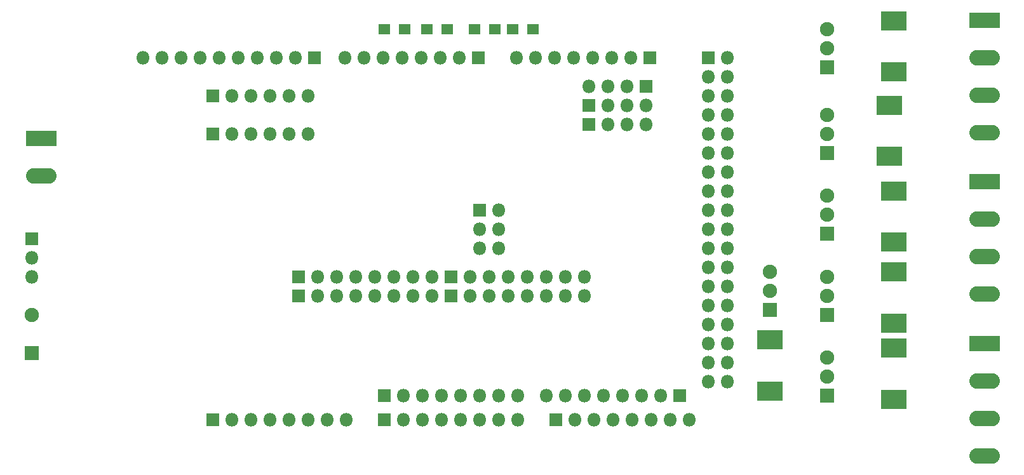
<source format=gts>
G04 #@! TF.FileFunction,Soldermask,Top*
%FSLAX46Y46*%
G04 Gerber Fmt 4.6, Leading zero omitted, Abs format (unit mm)*
G04 Created by KiCad (PCBNEW 4.0.7) date 02/13/18 18:01:40*
%MOMM*%
%LPD*%
G01*
G04 APERTURE LIST*
%ADD10C,0.100000*%
%ADD11R,1.801600X1.801600*%
%ADD12O,1.801600X1.801600*%
%ADD13R,3.401600X2.601600*%
%ADD14R,4.061600X2.081600*%
%ADD15O,4.061600X2.081600*%
%ADD16R,1.901600X1.901600*%
%ADD17O,1.901600X1.901600*%
%ADD18R,1.601600X1.401600*%
G04 APERTURE END LIST*
D10*
D11*
X196723000Y-71120000D03*
D12*
X194183000Y-71120000D03*
X191643000Y-71120000D03*
X189103000Y-71120000D03*
X186563000Y-71120000D03*
X184023000Y-71120000D03*
X181483000Y-71120000D03*
X178943000Y-71120000D03*
D11*
X200660000Y-116205000D03*
D12*
X198120000Y-116205000D03*
X195580000Y-116205000D03*
X193040000Y-116205000D03*
X190500000Y-116205000D03*
X187960000Y-116205000D03*
X185420000Y-116205000D03*
X182880000Y-116205000D03*
D13*
X229235000Y-66225000D03*
X229235000Y-73025000D03*
D11*
X170180000Y-102870000D03*
D12*
X172720000Y-102870000D03*
X175260000Y-102870000D03*
X177800000Y-102870000D03*
X180340000Y-102870000D03*
X182880000Y-102870000D03*
X185420000Y-102870000D03*
X187960000Y-102870000D03*
D11*
X138430000Y-76200000D03*
D12*
X140970000Y-76200000D03*
X143510000Y-76200000D03*
X146050000Y-76200000D03*
X148590000Y-76200000D03*
X151130000Y-76200000D03*
D11*
X138430000Y-81280000D03*
D12*
X140970000Y-81280000D03*
X143510000Y-81280000D03*
X146050000Y-81280000D03*
X148590000Y-81280000D03*
X151130000Y-81280000D03*
D11*
X138430000Y-119380000D03*
D12*
X140970000Y-119380000D03*
X143510000Y-119380000D03*
X146050000Y-119380000D03*
X148590000Y-119380000D03*
X151130000Y-119380000D03*
X153670000Y-119380000D03*
X156210000Y-119380000D03*
D11*
X149860000Y-102870000D03*
D12*
X152400000Y-102870000D03*
X154940000Y-102870000D03*
X157480000Y-102870000D03*
X160020000Y-102870000D03*
X162560000Y-102870000D03*
X165100000Y-102870000D03*
X167640000Y-102870000D03*
D11*
X149860000Y-100330000D03*
D12*
X152400000Y-100330000D03*
X154940000Y-100330000D03*
X157480000Y-100330000D03*
X160020000Y-100330000D03*
X162560000Y-100330000D03*
X165100000Y-100330000D03*
X167640000Y-100330000D03*
D11*
X173863000Y-71120000D03*
D12*
X171323000Y-71120000D03*
X168783000Y-71120000D03*
X166243000Y-71120000D03*
X163703000Y-71120000D03*
X161163000Y-71120000D03*
X158623000Y-71120000D03*
X156083000Y-71120000D03*
D11*
X161290000Y-119380000D03*
D12*
X163830000Y-119380000D03*
X166370000Y-119380000D03*
X168910000Y-119380000D03*
X171450000Y-119380000D03*
X173990000Y-119380000D03*
X176530000Y-119380000D03*
X179070000Y-119380000D03*
D11*
X170180000Y-100330000D03*
D12*
X172720000Y-100330000D03*
X175260000Y-100330000D03*
X177800000Y-100330000D03*
X180340000Y-100330000D03*
X182880000Y-100330000D03*
X185420000Y-100330000D03*
X187960000Y-100330000D03*
D11*
X173990000Y-91440000D03*
D12*
X176530000Y-91440000D03*
X173990000Y-93980000D03*
X176530000Y-93980000D03*
X173990000Y-96520000D03*
X176530000Y-96520000D03*
D11*
X184150000Y-119380000D03*
D12*
X186690000Y-119380000D03*
X189230000Y-119380000D03*
X191770000Y-119380000D03*
X194310000Y-119380000D03*
X196850000Y-119380000D03*
X199390000Y-119380000D03*
X201930000Y-119380000D03*
D11*
X204470000Y-71120000D03*
D12*
X207010000Y-71120000D03*
X204470000Y-73660000D03*
X207010000Y-73660000D03*
X204470000Y-76200000D03*
X207010000Y-76200000D03*
X204470000Y-78740000D03*
X207010000Y-78740000D03*
X204470000Y-81280000D03*
X207010000Y-81280000D03*
X204470000Y-83820000D03*
X207010000Y-83820000D03*
X204470000Y-86360000D03*
X207010000Y-86360000D03*
X204470000Y-88900000D03*
X207010000Y-88900000D03*
X204470000Y-91440000D03*
X207010000Y-91440000D03*
X204470000Y-93980000D03*
X207010000Y-93980000D03*
X204470000Y-96520000D03*
X207010000Y-96520000D03*
X204470000Y-99060000D03*
X207010000Y-99060000D03*
X204470000Y-101600000D03*
X207010000Y-101600000D03*
X204470000Y-104140000D03*
X207010000Y-104140000D03*
X204470000Y-106680000D03*
X207010000Y-106680000D03*
X204470000Y-109220000D03*
X207010000Y-109220000D03*
X204470000Y-111760000D03*
X207010000Y-111760000D03*
X204470000Y-114300000D03*
X207010000Y-114300000D03*
D14*
X241300000Y-66120000D03*
D15*
X241300000Y-71120000D03*
X241300000Y-81120000D03*
X241300000Y-76120000D03*
D14*
X241300000Y-87630000D03*
D15*
X241300000Y-92630000D03*
X241300000Y-102630000D03*
X241300000Y-97630000D03*
D14*
X241300000Y-109220000D03*
D15*
X241300000Y-114220000D03*
X241300000Y-124220000D03*
X241300000Y-119220000D03*
D16*
X220345000Y-116205000D03*
D17*
X220345000Y-113665000D03*
X220345000Y-111125000D03*
D16*
X220345000Y-105410000D03*
D17*
X220345000Y-102870000D03*
X220345000Y-100330000D03*
D16*
X212725000Y-104775000D03*
D17*
X212725000Y-102235000D03*
X212725000Y-99695000D03*
D16*
X220345000Y-72390000D03*
D17*
X220345000Y-69850000D03*
X220345000Y-67310000D03*
D16*
X220345000Y-94615000D03*
D17*
X220345000Y-92075000D03*
X220345000Y-89535000D03*
D16*
X220345000Y-83820000D03*
D17*
X220345000Y-81280000D03*
X220345000Y-78740000D03*
D11*
X152019000Y-71120000D03*
D12*
X149479000Y-71120000D03*
X146939000Y-71120000D03*
X144399000Y-71120000D03*
X141859000Y-71120000D03*
X139319000Y-71120000D03*
X136779000Y-71120000D03*
X134239000Y-71120000D03*
X131699000Y-71120000D03*
X129159000Y-71120000D03*
D16*
X114300000Y-110490000D03*
D17*
X114300000Y-105410000D03*
D13*
X229235000Y-109855000D03*
X229235000Y-116655000D03*
X212725000Y-115570000D03*
X212725000Y-108770000D03*
X229235000Y-88900000D03*
X229235000Y-95700000D03*
X229235000Y-99695000D03*
X229235000Y-106495000D03*
X228600000Y-77470000D03*
X228600000Y-84270000D03*
D11*
X114300000Y-95250000D03*
D12*
X114300000Y-97790000D03*
X114300000Y-100330000D03*
D14*
X115570000Y-81915000D03*
D15*
X115570000Y-86915000D03*
D18*
X176055000Y-67310000D03*
X173355000Y-67310000D03*
X163990000Y-67310000D03*
X161290000Y-67310000D03*
X178435000Y-67310000D03*
X181135000Y-67310000D03*
X167005000Y-67310000D03*
X169705000Y-67310000D03*
D11*
X161290000Y-116205000D03*
D12*
X163830000Y-116205000D03*
X166370000Y-116205000D03*
X168910000Y-116205000D03*
X171450000Y-116205000D03*
X173990000Y-116205000D03*
X176530000Y-116205000D03*
X179070000Y-116205000D03*
D11*
X196215000Y-74930000D03*
D12*
X193675000Y-74930000D03*
X191135000Y-74930000D03*
X188595000Y-74930000D03*
D11*
X188595000Y-77470000D03*
D12*
X191135000Y-77470000D03*
X193675000Y-77470000D03*
X196215000Y-77470000D03*
D11*
X188595000Y-80010000D03*
D12*
X191135000Y-80010000D03*
X193675000Y-80010000D03*
X196215000Y-80010000D03*
M02*

</source>
